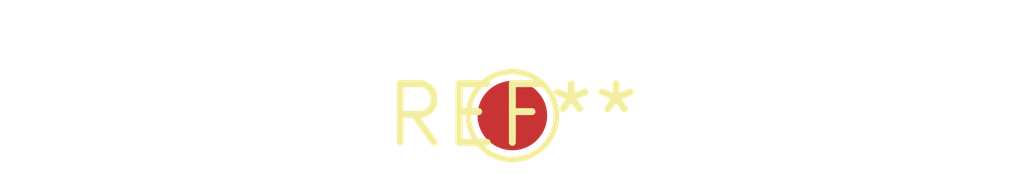
<source format=kicad_pcb>
(kicad_pcb (version 20240108) (generator pcbnew)
  (layers (0 "F.Cu" signal) (31 "B.Cu" signal) (34 "B.Paste" user) (35 "F.Paste" user) (36 "B.SilkS" user "B.Silkscreen") (37 "F.SilkS" user "F.Silkscreen") (38 "B.Mask" user) (39 "F.Mask" user) (44 "Edge.Cuts" user))
  (net 0 "")
  (footprint "TestPoint_Pad_D1.5mm" (layer "F.Cu") (at 0 0)
    (property "Reference" "REF**")
    (property "Value" "TestPoint_Pad_D1.5mm")
    (fp_circle (center 0 0) (end 0 0.95) (layer "F.SilkS") (stroke (width 0.12)) (fill none))
    (pad "1" smd circle (at 0 0) (size 1.5 1.5) (layers "F.Cu" "F.Mask"))
  )
)
</source>
